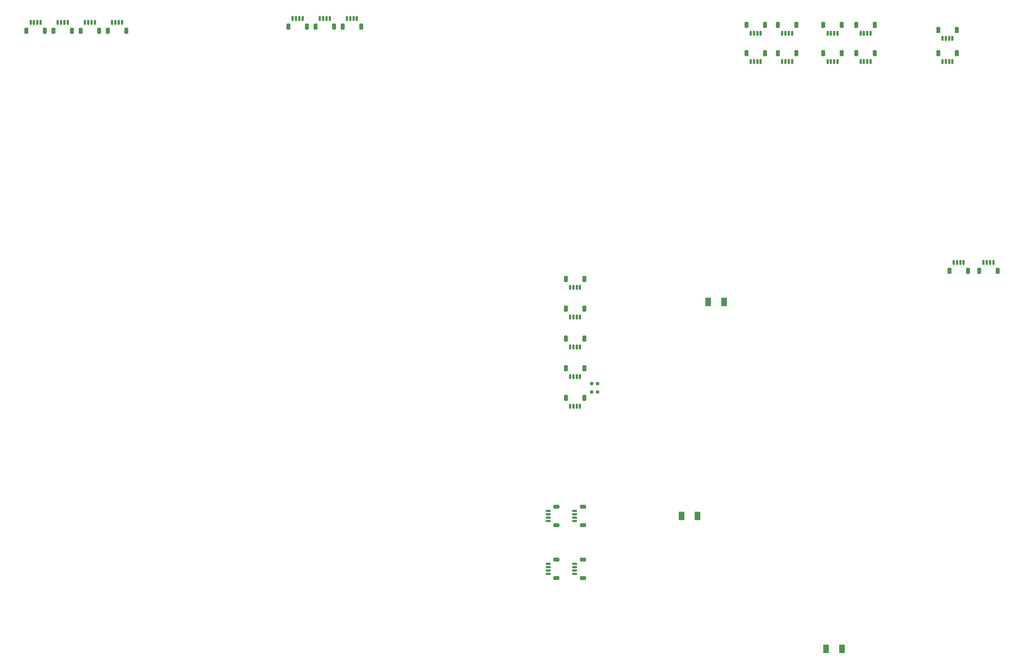
<source format=gbr>
%TF.GenerationSoftware,KiCad,Pcbnew,(6.0.5)*%
%TF.CreationDate,2022-12-19T16:40:22-07:00*%
%TF.ProjectId,Thermometry_Enclosure,54686572-6d6f-46d6-9574-72795f456e63,rev?*%
%TF.SameCoordinates,Original*%
%TF.FileFunction,Paste,Top*%
%TF.FilePolarity,Positive*%
%FSLAX46Y46*%
G04 Gerber Fmt 4.6, Leading zero omitted, Abs format (unit mm)*
G04 Created by KiCad (PCBNEW (6.0.5)) date 2022-12-19 16:40:22*
%MOMM*%
%LPD*%
G01*
G04 APERTURE LIST*
G04 Aperture macros list*
%AMRoundRect*
0 Rectangle with rounded corners*
0 $1 Rounding radius*
0 $2 $3 $4 $5 $6 $7 $8 $9 X,Y pos of 4 corners*
0 Add a 4 corners polygon primitive as box body*
4,1,4,$2,$3,$4,$5,$6,$7,$8,$9,$2,$3,0*
0 Add four circle primitives for the rounded corners*
1,1,$1+$1,$2,$3*
1,1,$1+$1,$4,$5*
1,1,$1+$1,$6,$7*
1,1,$1+$1,$8,$9*
0 Add four rect primitives between the rounded corners*
20,1,$1+$1,$2,$3,$4,$5,0*
20,1,$1+$1,$4,$5,$6,$7,0*
20,1,$1+$1,$6,$7,$8,$9,0*
20,1,$1+$1,$8,$9,$2,$3,0*%
G04 Aperture macros list end*
%ADD10RoundRect,0.150000X0.150000X0.625000X-0.150000X0.625000X-0.150000X-0.625000X0.150000X-0.625000X0*%
%ADD11RoundRect,0.250000X0.350000X0.650000X-0.350000X0.650000X-0.350000X-0.650000X0.350000X-0.650000X0*%
%ADD12RoundRect,0.150000X-0.150000X-0.625000X0.150000X-0.625000X0.150000X0.625000X-0.150000X0.625000X0*%
%ADD13RoundRect,0.250000X-0.350000X-0.650000X0.350000X-0.650000X0.350000X0.650000X-0.350000X0.650000X0*%
%ADD14R,1.800000X2.540000*%
%ADD15RoundRect,0.150000X-0.625000X0.150000X-0.625000X-0.150000X0.625000X-0.150000X0.625000X0.150000X0*%
%ADD16RoundRect,0.250000X-0.650000X0.350000X-0.650000X-0.350000X0.650000X-0.350000X0.650000X0.350000X0*%
%ADD17RoundRect,0.237500X-0.250000X-0.237500X0.250000X-0.237500X0.250000X0.237500X-0.250000X0.237500X0*%
G04 APERTURE END LIST*
D10*
%TO.C,J20*%
X132630000Y-27425000D03*
X131630000Y-27425000D03*
X130630000Y-27425000D03*
X129630000Y-27425000D03*
D11*
X133930000Y-29950000D03*
X128330000Y-29950000D03*
%TD*%
D12*
%TO.C,J62*%
X205300000Y-144825000D03*
X206300000Y-144825000D03*
X207300000Y-144825000D03*
X208300000Y-144825000D03*
D13*
X204000000Y-142300000D03*
X209600000Y-142300000D03*
%TD*%
D12*
%TO.C,J66*%
X205300000Y-108825000D03*
X206300000Y-108825000D03*
X207300000Y-108825000D03*
X208300000Y-108825000D03*
D13*
X209600000Y-106300000D03*
X204000000Y-106300000D03*
%TD*%
D12*
%TO.C,J63*%
X205300000Y-135825000D03*
X206300000Y-135825000D03*
X207300000Y-135825000D03*
X208300000Y-135825000D03*
D13*
X204000000Y-133300000D03*
X209600000Y-133300000D03*
%TD*%
D12*
%TO.C,J65*%
X205300000Y-117825000D03*
X206300000Y-117825000D03*
X207300000Y-117825000D03*
X208300000Y-117825000D03*
D13*
X204000000Y-115300000D03*
X209600000Y-115300000D03*
%TD*%
D12*
%TO.C,J64*%
X205300000Y-126825000D03*
X206300000Y-126825000D03*
X207300000Y-126825000D03*
X208300000Y-126825000D03*
D13*
X204000000Y-124300000D03*
X209600000Y-124300000D03*
%TD*%
D14*
%TO.C,D3*%
X282725000Y-218225000D03*
X287525000Y-218225000D03*
%TD*%
D15*
%TO.C,J10*%
X198675000Y-192500000D03*
X198675000Y-193500000D03*
X198675000Y-194500000D03*
X198675000Y-195500000D03*
D16*
X201200000Y-196800000D03*
X201200000Y-191200000D03*
%TD*%
D15*
%TO.C,J11*%
X206675000Y-192500000D03*
X206675000Y-193500000D03*
X206675000Y-194500000D03*
X206675000Y-195500000D03*
D16*
X209200000Y-191200000D03*
X209200000Y-196800000D03*
%TD*%
D15*
%TO.C,J13*%
X198675000Y-176500000D03*
X198675000Y-177500000D03*
X198675000Y-178500000D03*
X198675000Y-179500000D03*
D16*
X201200000Y-175200000D03*
X201200000Y-180800000D03*
%TD*%
D10*
%TO.C,J19*%
X69815000Y-28675000D03*
X68815000Y-28675000D03*
X67815000Y-28675000D03*
X66815000Y-28675000D03*
D11*
X71115000Y-31200000D03*
X65515000Y-31200000D03*
%TD*%
D12*
%TO.C,J29*%
X293160000Y-40468000D03*
X294160000Y-40468000D03*
X295160000Y-40468000D03*
X296160000Y-40468000D03*
D13*
X297460000Y-37943000D03*
X291860000Y-37943000D03*
%TD*%
D15*
%TO.C,J12*%
X206675000Y-176500000D03*
X206675000Y-177500000D03*
X206675000Y-178500000D03*
X206675000Y-179500000D03*
D16*
X209200000Y-180800000D03*
X209200000Y-175200000D03*
%TD*%
D10*
%TO.C,J18*%
X45200000Y-28675000D03*
X44200000Y-28675000D03*
X43200000Y-28675000D03*
X42200000Y-28675000D03*
D11*
X40900000Y-31200000D03*
X46500000Y-31200000D03*
%TD*%
D10*
%TO.C,J21*%
X53400000Y-28675000D03*
X52400000Y-28675000D03*
X51400000Y-28675000D03*
X50400000Y-28675000D03*
D11*
X49100000Y-31200000D03*
X54700000Y-31200000D03*
%TD*%
D17*
%TO.C,R2*%
X211807500Y-137953000D03*
X213632500Y-137953000D03*
%TD*%
D14*
%TO.C,D2*%
X251845000Y-113270000D03*
X247045000Y-113270000D03*
%TD*%
D17*
%TO.C,R1*%
X211817500Y-140527000D03*
X213642500Y-140527000D03*
%TD*%
D12*
%TO.C,J23*%
X259910000Y-31968000D03*
X260910000Y-31968000D03*
X261910000Y-31968000D03*
X262910000Y-31968000D03*
D13*
X258610000Y-29443000D03*
X264210000Y-29443000D03*
%TD*%
D12*
%TO.C,J22*%
X283160000Y-31968000D03*
X284160000Y-31968000D03*
X285160000Y-31968000D03*
X286160000Y-31968000D03*
D13*
X281860000Y-29443000D03*
X287460000Y-29443000D03*
%TD*%
D12*
%TO.C,J25*%
X259910000Y-40468000D03*
X260910000Y-40468000D03*
X261910000Y-40468000D03*
X262910000Y-40468000D03*
D13*
X264210000Y-37943000D03*
X258610000Y-37943000D03*
%TD*%
D12*
%TO.C,J42*%
X317910000Y-33468000D03*
X318910000Y-33468000D03*
X319910000Y-33468000D03*
X320910000Y-33468000D03*
D13*
X316610000Y-30943000D03*
X322210000Y-30943000D03*
%TD*%
D12*
%TO.C,J37*%
X317910000Y-40468000D03*
X318910000Y-40468000D03*
X319910000Y-40468000D03*
X320910000Y-40468000D03*
D13*
X322210000Y-37943000D03*
X316610000Y-37943000D03*
%TD*%
D10*
%TO.C,J17*%
X61600000Y-28675000D03*
X60600000Y-28675000D03*
X59600000Y-28675000D03*
X58600000Y-28675000D03*
D11*
X62900000Y-31200000D03*
X57300000Y-31200000D03*
%TD*%
D12*
%TO.C,J24*%
X283160000Y-40468000D03*
X284160000Y-40468000D03*
X285160000Y-40468000D03*
X286160000Y-40468000D03*
D13*
X281860000Y-37943000D03*
X287460000Y-37943000D03*
%TD*%
D10*
%TO.C,J49*%
X333300000Y-101273000D03*
X332300000Y-101273000D03*
X331300000Y-101273000D03*
X330300000Y-101273000D03*
D11*
X334600000Y-103798000D03*
X329000000Y-103798000D03*
%TD*%
D14*
%TO.C,D1*%
X243800000Y-177975000D03*
X239000000Y-177975000D03*
%TD*%
D12*
%TO.C,J28*%
X269410000Y-31968000D03*
X270410000Y-31968000D03*
X271410000Y-31968000D03*
X272410000Y-31968000D03*
D13*
X273710000Y-29443000D03*
X268110000Y-29443000D03*
%TD*%
D10*
%TO.C,J27*%
X140830000Y-27425000D03*
X139830000Y-27425000D03*
X138830000Y-27425000D03*
X137830000Y-27425000D03*
D11*
X136530000Y-29950000D03*
X142130000Y-29950000D03*
%TD*%
D10*
%TO.C,J16*%
X124425000Y-27425000D03*
X123425000Y-27425000D03*
X122425000Y-27425000D03*
X121425000Y-27425000D03*
D11*
X125725000Y-29950000D03*
X120125000Y-29950000D03*
%TD*%
D10*
%TO.C,J54*%
X324300000Y-101273000D03*
X323300000Y-101273000D03*
X322300000Y-101273000D03*
X321300000Y-101273000D03*
D11*
X320000000Y-103798000D03*
X325600000Y-103798000D03*
%TD*%
D12*
%TO.C,J26*%
X293160000Y-31968000D03*
X294160000Y-31968000D03*
X295160000Y-31968000D03*
X296160000Y-31968000D03*
D13*
X297460000Y-29443000D03*
X291860000Y-29443000D03*
%TD*%
D12*
%TO.C,J31*%
X269410000Y-40468000D03*
X270410000Y-40468000D03*
X271410000Y-40468000D03*
X272410000Y-40468000D03*
D13*
X273710000Y-37943000D03*
X268110000Y-37943000D03*
%TD*%
M02*

</source>
